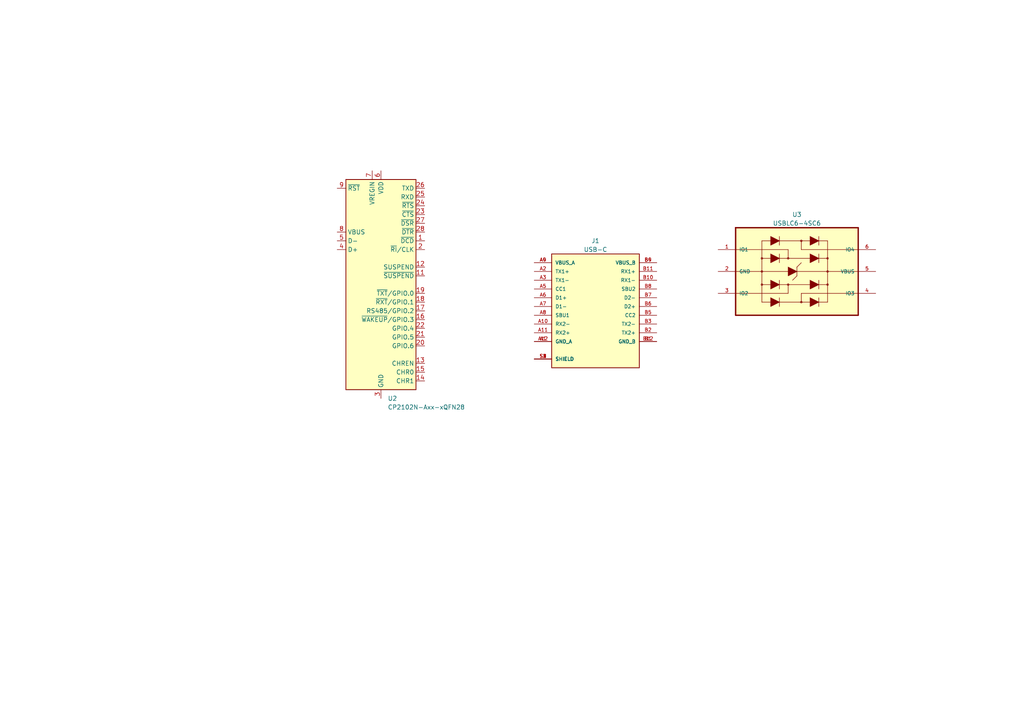
<source format=kicad_sch>
(kicad_sch (version 20230121) (generator eeschema)
  (paper "A4")
  (title_block (title "Dynamic propeller balancer") (date "2023-02-27") (rev "1") (company "V2"))
  (lib_symbols
    (symbol "Interface_USB:CP2102N-Axx-xQFN28"
      (property "Reference" "U" (at -8.89 31.75 0))
      (property "Value" "CP2102N-Axx-xQFN28" (at 12.7 31.75 0))
      (symbol "CP2102N-Axx-xQFN28_0_1"
        (rectangle (start -10.16 30.48) (end 10.16 -30.48) (stroke (width 0.254)) (fill (type background)))
      )
      (symbol "CP2102N-Axx-xQFN28_1_1"
        (pin input line (at 12.7 12.7 180) (length 2.54) (name "~{DCD}") (number "1"))
        (pin no_connect line (at -10.16 -27.94 0) (length 2.54) hide (name "NC") (number "10"))
        (pin output line (at 12.7 2.54 180) (length 2.54) (name "~{SUSPEND}") (number "11"))
        (pin output line (at 12.7 5.08 180) (length 2.54) (name "SUSPEND") (number "12"))
        (pin output line (at 12.7 -22.86 180) (length 2.54) (name "CHREN") (number "13"))
        (pin output line (at 12.7 -27.94 180) (length 2.54) (name "CHR1") (number "14"))
        (pin output line (at 12.7 -25.4 180) (length 2.54) (name "CHR0") (number "15"))
        (pin bidirectional line (at 12.7 -10.16 180) (length 2.54) (name "~{WAKEUP}/GPIO.3") (number "16"))
        (pin bidirectional line (at 12.7 -7.62 180) (length 2.54) (name "RS485/GPIO.2") (number "17"))
        (pin bidirectional line (at 12.7 -5.08 180) (length 2.54) (name "~{RXT}/GPIO.1") (number "18"))
        (pin bidirectional line (at 12.7 -2.54 180) (length 2.54) (name "~{TXT}/GPIO.0") (number "19"))
        (pin bidirectional line (at 12.7 10.16 180) (length 2.54) (name "~{RI}/CLK") (number "2"))
        (pin bidirectional line (at 12.7 -17.78 180) (length 2.54) (name "GPIO.6") (number "20"))
        (pin bidirectional line (at 12.7 -15.24 180) (length 2.54) (name "GPIO.5") (number "21"))
        (pin bidirectional line (at 12.7 -12.7 180) (length 2.54) (name "GPIO.4") (number "22"))
        (pin input line (at 12.7 20.32 180) (length 2.54) (name "~{CTS}") (number "23"))
        (pin output line (at 12.7 22.86 180) (length 2.54) (name "~{RTS}") (number "24"))
        (pin input line (at 12.7 25.4 180) (length 2.54) (name "RXD") (number "25"))
        (pin output line (at 12.7 27.94 180) (length 2.54) (name "TXD") (number "26"))
        (pin input line (at 12.7 17.78 180) (length 2.54) (name "~{DSR}") (number "27"))
        (pin output line (at 12.7 15.24 180) (length 2.54) (name "~{DTR}") (number "28"))
        (pin passive line (at 0 -33.02 90) (length 2.54) hide (name "GND") (number "29"))
        (pin power_in line (at 0 -33.02 90) (length 2.54) (name "GND") (number "3"))
        (pin bidirectional line (at -12.7 10.16 0) (length 2.54) (name "D+") (number "4"))
        (pin bidirectional line (at -12.7 12.7 0) (length 2.54) (name "D-") (number "5"))
        (pin power_in line (at 0 33.02 270) (length 2.54) (name "VDD") (number "6"))
        (pin power_in line (at -2.54 33.02 270) (length 2.54) (name "VREGIN") (number "7"))
        (pin input line (at -12.7 15.24 0) (length 2.54) (name "VBUS") (number "8"))
        (pin input line (at -12.7 27.94 0) (length 2.54) (name "~{RST}") (number "9"))
      )
    )
    (symbol "MOLEX_USB_TYPE_C:105450-0101" (pin_names (offset 1.016))
      (property "Reference" "J" (at -12.7 16.002 0))
      (property "Value" "105450-0101" (at -12.7 -18.542 0))
      (symbol "105450-0101_0_0"
        (rectangle (start -12.7 -17.78) (end 12.7 15.24) (stroke (width 0.254)) (fill (type background)))
        (pin power_in line (at -17.78 -10.16 0) (length 5.08) (name "GND_A") (number "A1"))
        (pin bidirectional line (at -17.78 -5.08 0) (length 5.08) (name "RX2-") (number "A10"))
        (pin bidirectional line (at -17.78 -7.62 0) (length 5.08) (name "RX2+") (number "A11"))
        (pin power_in line (at -17.78 -10.16 0) (length 5.08) (name "GND_A") (number "A12"))
        (pin bidirectional line (at -17.78 10.16 0) (length 5.08) (name "TX1+") (number "A2"))
        (pin bidirectional line (at -17.78 7.62 0) (length 5.08) (name "TX1-") (number "A3"))
        (pin power_in line (at -17.78 12.7 0) (length 5.08) (name "VBUS_A") (number "A4"))
        (pin bidirectional line (at -17.78 5.08 0) (length 5.08) (name "CC1") (number "A5"))
        (pin bidirectional line (at -17.78 2.54 0) (length 5.08) (name "D1+") (number "A6"))
        (pin bidirectional line (at -17.78 0 0) (length 5.08) (name "D1-") (number "A7"))
        (pin bidirectional line (at -17.78 -2.54 0) (length 5.08) (name "SBU1") (number "A8"))
        (pin power_in line (at -17.78 12.7 0) (length 5.08) (name "VBUS_A") (number "A9"))
        (pin power_in line (at 17.78 -10.16 180) (length 5.08) (name "GND_B") (number "B1"))
        (pin bidirectional line (at 17.78 7.62 180) (length 5.08) (name "RX1-") (number "B10"))
        (pin bidirectional line (at 17.78 10.16 180) (length 5.08) (name "RX1+") (number "B11"))
        (pin power_in line (at 17.78 -10.16 180) (length 5.08) (name "GND_B") (number "B12"))
        (pin bidirectional line (at 17.78 -7.62 180) (length 5.08) (name "TX2+") (number "B2"))
        (pin bidirectional line (at 17.78 -5.08 180) (length 5.08) (name "TX2-") (number "B3"))
        (pin power_in line (at 17.78 12.7 180) (length 5.08) (name "VBUS_B") (number "B4"))
        (pin bidirectional line (at 17.78 -2.54 180) (length 5.08) (name "CC2") (number "B5"))
        (pin bidirectional line (at 17.78 0 180) (length 5.08) (name "D2+") (number "B6"))
        (pin bidirectional line (at 17.78 2.54 180) (length 5.08) (name "D2-") (number "B7"))
        (pin bidirectional line (at 17.78 5.08 180) (length 5.08) (name "SBU2") (number "B8"))
        (pin power_in line (at 17.78 12.7 180) (length 5.08) (name "VBUS_B") (number "B9"))
        (pin passive line (at -17.78 -15.24 0) (length 5.08) (name "SHIELD") (number "S1"))
        (pin passive line (at -17.78 -15.24 0) (length 5.08) (name "SHIELD") (number "S2"))
        (pin passive line (at -17.78 -15.24 0) (length 5.08) (name "SHIELD") (number "S3"))
        (pin passive line (at -17.78 -15.24 0) (length 5.08) (name "SHIELD") (number "S4"))
      )
    )
    (symbol "USBLC6-4SC6:USBLC6-4SC6" (pin_names (offset 1.016))
      (property "Reference" "U" (at -17.78 13.7 0))
      (property "Value" "USBLC6-4SC6" (at -17.78 -16.7 0))
      (symbol "USBLC6-4SC6_0_0"
        (rectangle (start -17.78 -12.7) (end 17.78 12.7) (stroke (width 0.41)) (fill (type background)))
        (circle (center -10.16 -3.81) (radius 0.254) (stroke (width 0.1524)))
        (circle (center -10.16 0) (radius 0.254) (stroke (width 0.1524)))
        (circle (center -10.16 3.81) (radius 0.254) (stroke (width 0.1524)))
        (circle (center -2.54 -3.81) (radius 0.254) (stroke (width 0.1524)))
        (circle (center -2.54 3.81) (radius 0.254) (stroke (width 0.1524)))
        (polyline (pts (xy -10.16 -8.89) (xy -7.62 -8.89)) (stroke (width 0.1524)))
        (polyline (pts (xy -10.16 -3.81) (xy -10.16 -8.89)) (stroke (width 0.1524)))
        (polyline (pts (xy -10.16 -3.81) (xy -7.62 -3.81)) (stroke (width 0.1524)))
        (polyline (pts (xy -10.16 3.81) (xy -10.16 -3.81)) (stroke (width 0.1524)))
        (polyline (pts (xy -10.16 3.81) (xy -7.62 3.81)) (stroke (width 0.1524)))
        (polyline (pts (xy -10.16 8.89) (xy -10.16 3.81)) (stroke (width 0.1524)))
        (polyline (pts (xy -7.62 8.89) (xy -10.16 8.89)) (stroke (width 0.1524)))
        (polyline (pts (xy -5.08 -8.89) (xy -5.08 -10.16)) (stroke (width 0.1524)))
        (polyline (pts (xy -5.08 -8.89) (xy 1.27 -8.89)) (stroke (width 0.1524)))
        (polyline (pts (xy -5.08 -7.62) (xy -5.08 -8.89)) (stroke (width 0.1524)))
        (polyline (pts (xy -5.08 -3.81) (xy -5.08 -5.08)) (stroke (width 0.1524)))
        (polyline (pts (xy -5.08 -3.81) (xy -2.54 -3.81)) (stroke (width 0.1524)))
        (polyline (pts (xy -5.08 -2.54) (xy -5.08 -3.81)) (stroke (width 0.1524)))
        (polyline (pts (xy -5.08 3.81) (xy -5.08 2.54)) (stroke (width 0.1524)))
        (polyline (pts (xy -5.08 3.81) (xy -2.54 3.81)) (stroke (width 0.1524)))
        (polyline (pts (xy -5.08 5.08) (xy -5.08 3.81)) (stroke (width 0.1524)))
        (polyline (pts (xy -5.08 8.89) (xy -5.08 7.62)) (stroke (width 0.1524)))
        (polyline (pts (xy -5.08 8.89) (xy 1.27 8.89)) (stroke (width 0.1524)))
        (polyline (pts (xy -5.08 10.16) (xy -5.08 8.89)) (stroke (width 0.1524)))
        (polyline (pts (xy -2.54 -6.35) (xy -17.78 -6.35)) (stroke (width 0.1524)))
        (polyline (pts (xy -2.54 -3.81) (xy -2.54 -6.35)) (stroke (width 0.1524)))
        (polyline (pts (xy -2.54 -3.81) (xy 3.81 -3.81)) (stroke (width 0.1524)))
        (polyline (pts (xy -2.54 0) (xy -17.78 0)) (stroke (width 0.1524)))
        (polyline (pts (xy -2.54 3.81) (xy -2.54 6.35)) (stroke (width 0.1524)))
        (polyline (pts (xy -2.54 3.81) (xy 3.81 3.81)) (stroke (width 0.1524)))
        (polyline (pts (xy -2.54 6.35) (xy -17.78 6.35)) (stroke (width 0.1524)))
        (polyline (pts (xy 0 -1.27) (xy -1.27 -2.54)) (stroke (width 0.1524)))
        (polyline (pts (xy 0 0) (xy 0 -1.27)) (stroke (width 0.1524)))
        (polyline (pts (xy 0 0) (xy 17.78 0)) (stroke (width 0.1524)))
        (polyline (pts (xy 0 1.27) (xy 0 0)) (stroke (width 0.1524)))
        (polyline (pts (xy 0 1.27) (xy 1.27 2.54)) (stroke (width 0.1524)))
        (polyline (pts (xy 1.27 -8.89) (xy 1.27 -6.35)) (stroke (width 0.1524)))
        (polyline (pts (xy 1.27 -8.89) (xy 3.81 -8.89)) (stroke (width 0.1524)))
        (polyline (pts (xy 1.27 -6.35) (xy 17.78 -6.35)) (stroke (width 0.1524)))
        (polyline (pts (xy 1.27 6.35) (xy 17.78 6.35)) (stroke (width 0.1524)))
        (polyline (pts (xy 1.27 8.89) (xy 1.27 6.35)) (stroke (width 0.1524)))
        (polyline (pts (xy 1.27 8.89) (xy 3.81 8.89)) (stroke (width 0.1524)))
        (polyline (pts (xy 6.35 -8.89) (xy 6.35 -10.16)) (stroke (width 0.1524)))
        (polyline (pts (xy 6.35 -7.62) (xy 6.35 -8.89)) (stroke (width 0.1524)))
        (polyline (pts (xy 6.35 -3.81) (xy 6.35 -5.08)) (stroke (width 0.1524)))
        (polyline (pts (xy 6.35 -3.81) (xy 8.89 -3.81)) (stroke (width 0.1524)))
        (polyline (pts (xy 6.35 -2.54) (xy 6.35 -3.81)) (stroke (width 0.1524)))
        (polyline (pts (xy 6.35 3.81) (xy 6.35 2.54)) (stroke (width 0.1524)))
        (polyline (pts (xy 6.35 3.81) (xy 8.89 3.81)) (stroke (width 0.1524)))
        (polyline (pts (xy 6.35 5.08) (xy 6.35 3.81)) (stroke (width 0.1524)))
        (polyline (pts (xy 6.35 8.89) (xy 6.35 7.62)) (stroke (width 0.1524)))
        (polyline (pts (xy 6.35 8.89) (xy 8.89 8.89)) (stroke (width 0.1524)))
        (polyline (pts (xy 6.35 10.16) (xy 6.35 8.89)) (stroke (width 0.1524)))
        (polyline (pts (xy 8.89 -8.89) (xy 6.35 -8.89)) (stroke (width 0.1524)))
        (polyline (pts (xy 8.89 -3.81) (xy 8.89 -8.89)) (stroke (width 0.1524)))
        (polyline (pts (xy 8.89 3.81) (xy 8.89 -3.81)) (stroke (width 0.1524)))
        (polyline (pts (xy 8.89 8.89) (xy 8.89 3.81)) (stroke (width 0.1524)))
        (polyline (pts (xy -7.62 -7.62) (xy -7.62 -10.16) (xy -5.08 -8.89) (xy -7.62 -7.62)) (stroke (width 0.1524)) (fill (type outline)))
        (polyline (pts (xy -7.62 -2.54) (xy -7.62 -5.08) (xy -5.08 -3.81) (xy -7.62 -2.54)) (stroke (width 0.1524)) (fill (type outline)))
        (polyline (pts (xy -7.62 5.08) (xy -7.62 2.54) (xy -5.08 3.81) (xy -7.62 5.08)) (stroke (width 0.1524)) (fill (type outline)))
        (polyline (pts (xy -7.62 10.16) (xy -7.62 7.62) (xy -5.08 8.89) (xy -7.62 10.16)) (stroke (width 0.1524)) (fill (type outline)))
        (polyline (pts (xy -2.54 1.27) (xy -2.54 -1.27) (xy 0 0) (xy -2.54 1.27)) (stroke (width 0.1524)) (fill (type outline)))
        (polyline (pts (xy 3.81 -7.62) (xy 3.81 -10.16) (xy 6.35 -8.89) (xy 3.81 -7.62)) (stroke (width 0.1524)) (fill (type outline)))
        (polyline (pts (xy 3.81 -2.54) (xy 3.81 -5.08) (xy 6.35 -3.81) (xy 3.81 -2.54)) (stroke (width 0.1524)) (fill (type outline)))
        (polyline (pts (xy 3.81 5.08) (xy 3.81 2.54) (xy 6.35 3.81) (xy 3.81 5.08)) (stroke (width 0.1524)) (fill (type outline)))
        (polyline (pts (xy 3.81 10.16) (xy 3.81 7.62) (xy 6.35 8.89) (xy 3.81 10.16)) (stroke (width 0.1524)) (fill (type outline)))
        (circle (center 1.27 -8.89) (radius 0.254) (stroke (width 0.1524)))
        (circle (center 1.27 8.89) (radius 0.254) (stroke (width 0.1524)))
        (circle (center 8.89 -3.81) (radius 0.254) (stroke (width 0.1524)))
        (circle (center 8.89 0) (radius 0.254) (stroke (width 0.1524)))
        (circle (center 8.89 3.81) (radius 0.254) (stroke (width 0.1524)))
        (pin bidirectional line (at -22.86 6.35 0) (length 5.08) (name "IO1") (number "1"))
        (pin power_in line (at -22.86 0 0) (length 5.08) (name "GND") (number "2"))
        (pin bidirectional line (at -22.86 -6.35 0) (length 5.08) (name "IO2") (number "3"))
        (pin bidirectional line (at 22.86 -6.35 180) (length 5.08) (name "IO3") (number "4"))
        (pin power_in line (at 22.86 0 180) (length 5.08) (name "VBUS") (number "5"))
        (pin bidirectional line (at 22.86 6.35 180) (length 5.08) (name "IO4") (number "6"))
      )
    )
  )
  (symbol (lib_id "MOLEX_USB_TYPE_C:105450-0101") (at 172.72 88.9 0) (unit 1)
    (property "Reference" "J1" (at 172.72 69.85 0))
    (property "Value" "USB-C" (at 172.72 72.39 0))
    (property "Footprint" "Library:MOLEX_USB_TYPE_C" (effects hide))
    (property "LCSC" "C127866" (effects hide))
  )
  (symbol (lib_id "USBLC6-4SC6:USBLC6-4SC6") (at 231.14 78.74 0) (unit 1)
    (property "Reference" "U3" (at 231.14 62.23 0))
    (property "Value" "USBLC6-4SC6" (at 231.14 64.77 0))
    (property "Footprint" "SOT95P280X145-6N" (effects hide))
    (property "DESCRIPTION" "USBLC6 Series 4 Line 6 V Uni / Bi Directional ESD Protection - SOT23-6" (effects hide))
    (property "LCSC" "C111212" (effects hide))
  )
  (symbol (lib_id "Interface_USB:CP2102N-Axx-xQFN28") (at 110.49 82.55 0) (unit 1)
    (property "Reference" "U2" (at 112.4459 115.57 0) (effects (justify left)))
    (property "Value" "CP2102N-Axx-xQFN28" (at 112.4459 118.11 0) (effects (justify left)))
    (property "Footprint" "Package_DFN_QFN:QFN-28-1EP_5x5mm_P0.5mm_EP3.35x3.35mm" (effects hide))
    (property "Datasheet" "https://www.silabs.com/documents/public/data-sheets/cp2102n-datasheet.pdf" (effects hide))
    (property "LCSC" "C964632" (effects hide))
  )
)
</source>
